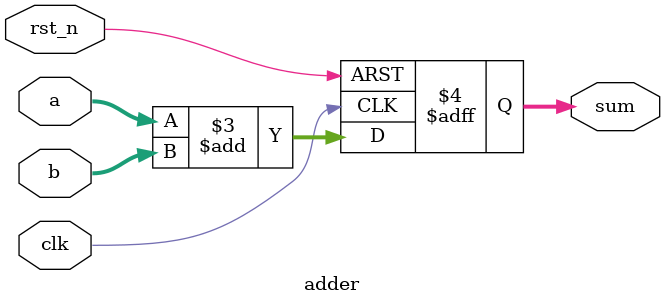
<source format=v>
module adder #(
  parameter WIDTH = 8
) (
  input  wire             clk,
  input  wire             rst_n,
  input  wire [WIDTH-1:0] a,
  input  wire [WIDTH-1:0] b,
  output reg  [WIDTH:0]   sum
);

  always @(posedge clk or negedge rst_n) begin
    if (!rst_n) begin
      sum <= 0;
    end else begin
      sum <= a + b;
    end
  end

endmodule
</source>
